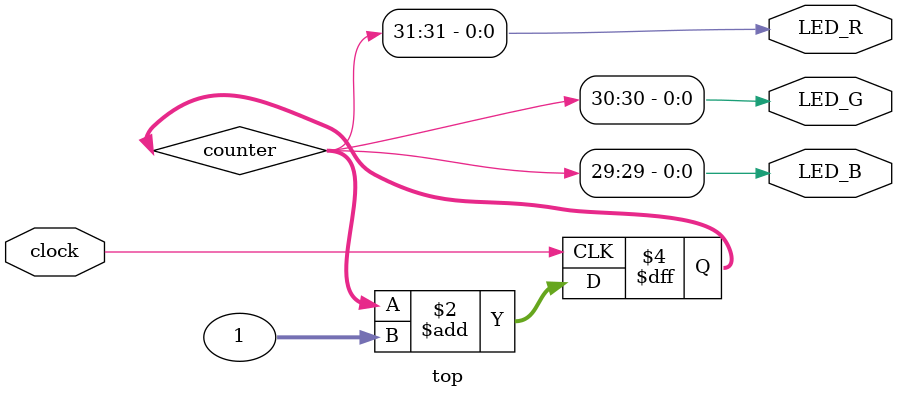
<source format=v>
/* Blink the RGB LED */

module top (
  input clock,
  output LED_R,
  output LED_G,
  output LED_B
);
  reg [31:0] counter=0;

  always@(posedge clock) begin
    counter <= counter +1;
  end

  assign {LED_R,LED_G,LED_B} = counter[31:29];

endmodule

</source>
